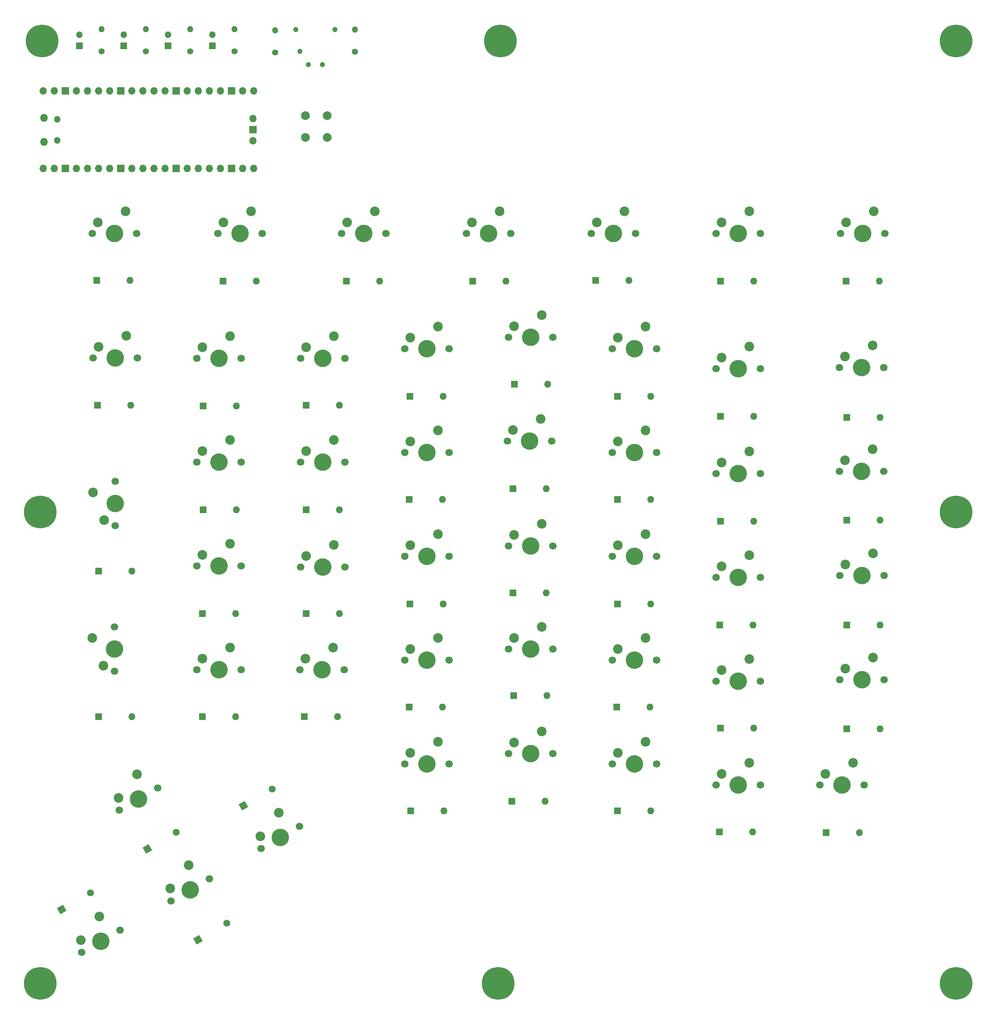
<source format=gbr>
%TF.GenerationSoftware,KiCad,Pcbnew,6.0.9-8da3e8f707~116~ubuntu20.04.1*%
%TF.CreationDate,2022-11-05T14:21:41+01:00*%
%TF.ProjectId,98keys-right,39386b65-7973-42d7-9269-6768742e6b69,rev?*%
%TF.SameCoordinates,Original*%
%TF.FileFunction,Soldermask,Bot*%
%TF.FilePolarity,Negative*%
%FSLAX46Y46*%
G04 Gerber Fmt 4.6, Leading zero omitted, Abs format (unit mm)*
G04 Created by KiCad (PCBNEW 6.0.9-8da3e8f707~116~ubuntu20.04.1) date 2022-11-05 14:21:41*
%MOMM*%
%LPD*%
G01*
G04 APERTURE LIST*
G04 Aperture macros list*
%AMHorizOval*
0 Thick line with rounded ends*
0 $1 width*
0 $2 $3 position (X,Y) of the first rounded end (center of the circle)*
0 $4 $5 position (X,Y) of the second rounded end (center of the circle)*
0 Add line between two ends*
20,1,$1,$2,$3,$4,$5,0*
0 Add two circle primitives to create the rounded ends*
1,1,$1,$2,$3*
1,1,$1,$4,$5*%
%AMRotRect*
0 Rectangle, with rotation*
0 The origin of the aperture is its center*
0 $1 length*
0 $2 width*
0 $3 Rotation angle, in degrees counterclockwise*
0 Add horizontal line*
21,1,$1,$2,0,0,$3*%
G04 Aperture macros list end*
%ADD10C,1.200000*%
%ADD11R,1.600000X1.600000*%
%ADD12O,1.600000X1.600000*%
%ADD13RotRect,1.600000X1.600000X30.000000*%
%ADD14HorizOval,1.600000X0.000000X0.000000X0.000000X0.000000X0*%
%ADD15HorizOval,1.600000X0.000000X0.000000X0.000000X0.000000X0*%
%ADD16C,4.000000*%
%ADD17C,1.700000*%
%ADD18C,2.200000*%
%ADD19C,7.500000*%
%ADD20C,2.000000*%
%ADD21R,1.500000X1.500000*%
%ADD22O,1.500000X1.500000*%
%ADD23C,1.400000*%
%ADD24O,1.400000X1.400000*%
%ADD25O,1.800000X1.800000*%
%ADD26O,1.700000X1.700000*%
%ADD27R,1.700000X1.700000*%
G04 APERTURE END LIST*
D10*
%TO.C,J1*%
X141250000Y-27500000D03*
X133150000Y-32500000D03*
X138350000Y-35600000D03*
X132250000Y-27500000D03*
X135150000Y-35600000D03*
%TD*%
D11*
%TO.C,D1*%
X258380000Y-85199600D03*
D12*
X266000000Y-85199600D03*
%TD*%
D11*
%TO.C,D2*%
X258600000Y-116399600D03*
D12*
X266220000Y-116399600D03*
%TD*%
D11*
%TO.C,D3*%
X258600000Y-139999600D03*
D12*
X266220000Y-139999600D03*
%TD*%
D11*
%TO.C,D4*%
X258600000Y-163999600D03*
D12*
X266220000Y-163999600D03*
%TD*%
D11*
%TO.C,D5*%
X258600000Y-187799600D03*
D12*
X266220000Y-187799600D03*
%TD*%
D11*
%TO.C,D6*%
X253800000Y-211599600D03*
D12*
X261420000Y-211599600D03*
%TD*%
D11*
%TO.C,D7*%
X229580000Y-85199600D03*
D12*
X237200000Y-85199600D03*
%TD*%
D11*
%TO.C,D8*%
X229600000Y-116199600D03*
D12*
X237220000Y-116199600D03*
%TD*%
D11*
%TO.C,D9*%
X229600000Y-140199600D03*
D12*
X237220000Y-140199600D03*
%TD*%
D11*
%TO.C,D10*%
X229400000Y-163999600D03*
D12*
X237020000Y-163999600D03*
%TD*%
D11*
%TO.C,D11*%
X229600000Y-187599600D03*
D12*
X237220000Y-187599600D03*
%TD*%
D11*
%TO.C,D12*%
X229380000Y-211399600D03*
D12*
X237000000Y-211399600D03*
%TD*%
D11*
%TO.C,D14*%
X200980000Y-84999600D03*
D12*
X208600000Y-84999600D03*
%TD*%
D11*
%TO.C,D15*%
X206000000Y-111599600D03*
D12*
X213620000Y-111599600D03*
%TD*%
D11*
%TO.C,D16*%
X206000000Y-135199600D03*
D12*
X213620000Y-135199600D03*
%TD*%
D11*
%TO.C,D17*%
X205780000Y-182799600D03*
D12*
X213400000Y-182799600D03*
%TD*%
D11*
%TO.C,D18*%
X206000000Y-159199600D03*
D12*
X213620000Y-159199600D03*
%TD*%
D11*
%TO.C,D19*%
X206000000Y-206599600D03*
D12*
X213620000Y-206599600D03*
%TD*%
D11*
%TO.C,D20*%
X172800000Y-85199600D03*
D12*
X180420000Y-85199600D03*
%TD*%
D11*
%TO.C,D21*%
X182400000Y-108799600D03*
D12*
X190020000Y-108799600D03*
%TD*%
D11*
%TO.C,D22*%
X182000000Y-132799600D03*
D12*
X189620000Y-132799600D03*
%TD*%
D11*
%TO.C,D23*%
X182000000Y-156599600D03*
D12*
X189620000Y-156599600D03*
%TD*%
D11*
%TO.C,D24*%
X182200000Y-180199600D03*
D12*
X189820000Y-180199600D03*
%TD*%
D11*
%TO.C,D25*%
X181800000Y-204399600D03*
D12*
X189420000Y-204399600D03*
%TD*%
D11*
%TO.C,D26*%
X143800000Y-85199600D03*
D12*
X151420000Y-85199600D03*
%TD*%
D11*
%TO.C,D27*%
X158200000Y-135199600D03*
D12*
X165820000Y-135199600D03*
%TD*%
D11*
%TO.C,D28*%
X158400000Y-111599600D03*
D12*
X166020000Y-111599600D03*
%TD*%
D11*
%TO.C,D29*%
X158400000Y-159199600D03*
D12*
X166020000Y-159199600D03*
%TD*%
D11*
%TO.C,D30*%
X158200000Y-182799600D03*
D12*
X165820000Y-182799600D03*
%TD*%
D11*
%TO.C,D31*%
X158600000Y-206599600D03*
D12*
X166220000Y-206599600D03*
%TD*%
D11*
%TO.C,D32*%
X115600000Y-85199600D03*
D12*
X123220000Y-85199600D03*
%TD*%
D11*
%TO.C,D33*%
X134600000Y-113599600D03*
D12*
X142220000Y-113599600D03*
%TD*%
D11*
%TO.C,D34*%
X134600000Y-137599600D03*
D12*
X142220000Y-137599600D03*
%TD*%
D11*
%TO.C,D35*%
X134600000Y-161399600D03*
D12*
X142220000Y-161399600D03*
%TD*%
D11*
%TO.C,D36*%
X134200000Y-184999600D03*
D12*
X141820000Y-184999600D03*
%TD*%
D11*
%TO.C,D37*%
X86600000Y-84999600D03*
D12*
X94220000Y-84999600D03*
%TD*%
D11*
%TO.C,D38*%
X111000000Y-113799600D03*
D12*
X118620000Y-113799600D03*
%TD*%
D11*
%TO.C,D39*%
X110800000Y-184999600D03*
D12*
X118420000Y-184999600D03*
%TD*%
D11*
%TO.C,D40*%
X111000000Y-137599600D03*
D12*
X118620000Y-137599600D03*
%TD*%
D11*
%TO.C,D41*%
X110800000Y-161399600D03*
D12*
X118420000Y-161399600D03*
%TD*%
D11*
%TO.C,D42*%
X86800000Y-113599600D03*
D12*
X94420000Y-113599600D03*
%TD*%
D11*
%TO.C,D43*%
X87000000Y-151599600D03*
D12*
X94620000Y-151599600D03*
%TD*%
D11*
%TO.C,D44*%
X87000000Y-184999600D03*
D12*
X94620000Y-184999600D03*
%TD*%
D13*
%TO.C,D45*%
X78590900Y-229204600D03*
D14*
X85190014Y-225394600D03*
%TD*%
D13*
%TO.C,D46*%
X98200900Y-215309600D03*
D15*
X104800014Y-211499600D03*
%TD*%
D13*
%TO.C,D47*%
X109800900Y-236109600D03*
D14*
X116400014Y-232299600D03*
%TD*%
D13*
%TO.C,D48*%
X120190000Y-205394600D03*
D14*
X126789114Y-201584600D03*
%TD*%
D16*
%TO.C,SW1*%
X262200000Y-74279600D03*
D17*
X267280000Y-74279600D03*
X257120000Y-74279600D03*
D18*
X264740000Y-69199600D03*
X258390000Y-71739600D03*
%TD*%
%TO.C,SW2*%
X258130000Y-102480000D03*
X264480000Y-99940000D03*
D17*
X267020000Y-105020000D03*
D16*
X261940000Y-105020000D03*
D17*
X256860000Y-105020000D03*
%TD*%
%TO.C,SW3*%
X267020000Y-128820000D03*
X256860000Y-128820000D03*
D16*
X261940000Y-128820000D03*
D18*
X264480000Y-123740000D03*
X258130000Y-126280000D03*
%TD*%
D16*
%TO.C,SW4*%
X262000000Y-176500000D03*
D17*
X256920000Y-176500000D03*
X267080000Y-176500000D03*
D18*
X264540000Y-171420000D03*
X258190000Y-173960000D03*
%TD*%
D17*
%TO.C,SW5*%
X267080000Y-152700000D03*
X256920000Y-152700000D03*
D16*
X262000000Y-152700000D03*
D18*
X264540000Y-147620000D03*
X258190000Y-150160000D03*
%TD*%
D17*
%TO.C,SW6*%
X252380000Y-200679600D03*
X262540000Y-200679600D03*
D16*
X257460000Y-200679600D03*
D18*
X260000000Y-195599600D03*
X253650000Y-198139600D03*
%TD*%
D17*
%TO.C,SW7*%
X228580000Y-74279600D03*
X238740000Y-74279600D03*
D16*
X233660000Y-74279600D03*
D18*
X236200000Y-69199600D03*
X229850000Y-71739600D03*
%TD*%
D16*
%TO.C,SW8*%
X233660000Y-105279600D03*
D17*
X228580000Y-105279600D03*
X238740000Y-105279600D03*
D18*
X236200000Y-100199600D03*
X229850000Y-102739600D03*
%TD*%
D17*
%TO.C,SW9*%
X238740000Y-129279600D03*
X228580000Y-129279600D03*
D16*
X233660000Y-129279600D03*
D18*
X236200000Y-124199600D03*
X229850000Y-126739600D03*
%TD*%
D17*
%TO.C,SW10*%
X238740000Y-176879600D03*
X228580000Y-176879600D03*
D16*
X233660000Y-176879600D03*
D18*
X236200000Y-171799600D03*
X229850000Y-174339600D03*
%TD*%
D17*
%TO.C,SW11*%
X228580000Y-153079600D03*
D16*
X233660000Y-153079600D03*
D17*
X238740000Y-153079600D03*
D18*
X236200000Y-147999600D03*
X229850000Y-150539600D03*
%TD*%
D16*
%TO.C,SW12*%
X233660000Y-200679600D03*
D17*
X228580000Y-200679600D03*
X238740000Y-200679600D03*
D18*
X236200000Y-195599600D03*
X229850000Y-198139600D03*
%TD*%
D16*
%TO.C,SW13*%
X205060000Y-74279600D03*
D17*
X199980000Y-74279600D03*
X210140000Y-74279600D03*
D18*
X207600000Y-69199600D03*
X201250000Y-71739600D03*
%TD*%
D16*
%TO.C,SW14*%
X209860000Y-100679600D03*
D17*
X214940000Y-100679600D03*
X204780000Y-100679600D03*
D18*
X212400000Y-95599600D03*
X206050000Y-98139600D03*
%TD*%
D17*
%TO.C,SW15*%
X204780000Y-124479600D03*
X214940000Y-124479600D03*
D16*
X209860000Y-124479600D03*
D18*
X212400000Y-119399600D03*
X206050000Y-121939600D03*
%TD*%
D17*
%TO.C,SW16*%
X214940000Y-172079600D03*
D16*
X209860000Y-172079600D03*
D17*
X204780000Y-172079600D03*
D18*
X212400000Y-166999600D03*
X206050000Y-169539600D03*
%TD*%
D17*
%TO.C,SW17*%
X204780000Y-148279600D03*
D16*
X209860000Y-148279600D03*
D17*
X214940000Y-148279600D03*
D18*
X212400000Y-143199600D03*
X206050000Y-145739600D03*
%TD*%
D17*
%TO.C,SW18*%
X214940000Y-195879600D03*
D16*
X209860000Y-195879600D03*
D17*
X204780000Y-195879600D03*
D18*
X212400000Y-190799600D03*
X206050000Y-193339600D03*
%TD*%
D17*
%TO.C,SW19*%
X171380000Y-74279600D03*
X181540000Y-74279600D03*
D16*
X176460000Y-74279600D03*
D18*
X179000000Y-69199600D03*
X172650000Y-71739600D03*
%TD*%
D16*
%TO.C,SW20*%
X186060000Y-98079600D03*
D17*
X180980000Y-98079600D03*
X191140000Y-98079600D03*
D18*
X188600000Y-92999600D03*
X182250000Y-95539600D03*
%TD*%
D17*
%TO.C,SW21*%
X190940000Y-121879600D03*
D16*
X185860000Y-121879600D03*
D17*
X180780000Y-121879600D03*
D18*
X188400000Y-116799600D03*
X182050000Y-119339600D03*
%TD*%
D17*
%TO.C,SW22*%
X180980000Y-169479600D03*
D16*
X186060000Y-169479600D03*
D17*
X191140000Y-169479600D03*
D18*
X188600000Y-164399600D03*
X182250000Y-166939600D03*
%TD*%
D16*
%TO.C,SW23*%
X186060000Y-145879600D03*
D17*
X191140000Y-145879600D03*
X180980000Y-145879600D03*
D18*
X188600000Y-140799600D03*
X182250000Y-143339600D03*
%TD*%
D16*
%TO.C,SW24*%
X186060000Y-193479600D03*
D17*
X180980000Y-193479600D03*
X191140000Y-193479600D03*
D18*
X188600000Y-188399600D03*
X182250000Y-190939600D03*
%TD*%
D16*
%TO.C,SW25*%
X147860000Y-74279600D03*
D17*
X142780000Y-74279600D03*
X152940000Y-74279600D03*
D18*
X150400000Y-69199600D03*
X144050000Y-71739600D03*
%TD*%
D17*
%TO.C,SW26*%
X157180000Y-100679600D03*
D16*
X162260000Y-100679600D03*
D17*
X167340000Y-100679600D03*
D18*
X164800000Y-95599600D03*
X158450000Y-98139600D03*
%TD*%
D16*
%TO.C,SW27*%
X162260000Y-124479600D03*
D17*
X157180000Y-124479600D03*
X167340000Y-124479600D03*
D18*
X164800000Y-119399600D03*
X158450000Y-121939600D03*
%TD*%
D17*
%TO.C,SW28*%
X157180000Y-172079600D03*
D16*
X162260000Y-172079600D03*
D17*
X167340000Y-172079600D03*
D18*
X164800000Y-166999600D03*
X158450000Y-169539600D03*
%TD*%
D17*
%TO.C,SW29*%
X167340000Y-148279600D03*
D16*
X162260000Y-148279600D03*
D17*
X157180000Y-148279600D03*
D18*
X164800000Y-143199600D03*
X158450000Y-145739600D03*
%TD*%
D17*
%TO.C,SW30*%
X167340000Y-195879600D03*
X157180000Y-195879600D03*
D16*
X162260000Y-195879600D03*
D18*
X164800000Y-190799600D03*
X158450000Y-193339600D03*
%TD*%
D17*
%TO.C,SW31*%
X124540000Y-74279600D03*
D16*
X119460000Y-74279600D03*
D17*
X114380000Y-74279600D03*
D18*
X122000000Y-69199600D03*
X115650000Y-71739600D03*
%TD*%
D17*
%TO.C,SW32*%
X143540000Y-102879600D03*
X133380000Y-102879600D03*
D16*
X138460000Y-102879600D03*
D18*
X141000000Y-97799600D03*
X134650000Y-100339600D03*
%TD*%
D16*
%TO.C,SW33*%
X138460000Y-126679600D03*
D17*
X143540000Y-126679600D03*
X133380000Y-126679600D03*
D18*
X141000000Y-121599600D03*
X134650000Y-124139600D03*
%TD*%
D17*
%TO.C,SW34*%
X143340000Y-174279600D03*
X133180000Y-174279600D03*
D16*
X138260000Y-174279600D03*
D18*
X140800000Y-169199600D03*
X134450000Y-171739600D03*
%TD*%
D16*
%TO.C,SW35*%
X138460000Y-150679600D03*
D17*
X133380000Y-150679600D03*
X143540000Y-150679600D03*
D18*
X141000000Y-145599600D03*
X134650000Y-148139600D03*
%TD*%
D17*
%TO.C,SW36*%
X95740000Y-74279600D03*
X85580000Y-74279600D03*
D16*
X90660000Y-74279600D03*
D18*
X93200000Y-69199600D03*
X86850000Y-71739600D03*
%TD*%
D17*
%TO.C,SW37*%
X109580000Y-102879600D03*
D16*
X114660000Y-102879600D03*
D17*
X119740000Y-102879600D03*
D18*
X117200000Y-97799600D03*
X110850000Y-100339600D03*
%TD*%
D17*
%TO.C,SW38*%
X109580000Y-126679600D03*
D16*
X114660000Y-126679600D03*
D17*
X119740000Y-126679600D03*
D18*
X117200000Y-121599600D03*
X110850000Y-124139600D03*
%TD*%
D16*
%TO.C,SW39*%
X114660000Y-174279600D03*
D17*
X109580000Y-174279600D03*
X119740000Y-174279600D03*
D18*
X117200000Y-169199600D03*
X110850000Y-171739600D03*
%TD*%
D17*
%TO.C,SW40*%
X119740000Y-150479600D03*
D16*
X114660000Y-150479600D03*
D17*
X109580000Y-150479600D03*
D18*
X117200000Y-145399600D03*
X110850000Y-147939600D03*
%TD*%
D17*
%TO.C,SW41*%
X95880000Y-102799600D03*
X85720000Y-102799600D03*
D16*
X90800000Y-102799600D03*
D18*
X93340000Y-97719600D03*
X86990000Y-100259600D03*
%TD*%
D16*
%TO.C,SW42*%
X90880000Y-136139600D03*
D17*
X90880000Y-131059600D03*
X90880000Y-141219600D03*
D18*
X85800000Y-133599600D03*
X88340000Y-139949600D03*
%TD*%
D16*
%TO.C,SW43*%
X90680000Y-169539600D03*
D17*
X90680000Y-174619600D03*
X90680000Y-164459600D03*
D18*
X85600000Y-166999600D03*
X88140000Y-173349600D03*
%TD*%
D17*
%TO.C,SW44*%
X83100586Y-239040009D03*
D16*
X87499995Y-236500009D03*
D17*
X91899405Y-233960009D03*
D18*
X87159700Y-230830600D03*
X82930439Y-236205305D03*
%TD*%
D17*
%TO.C,SW45*%
X91800586Y-206440009D03*
D16*
X96199995Y-203900009D03*
D17*
X100599405Y-201360009D03*
D18*
X95859700Y-198230600D03*
X91630439Y-203605305D03*
%TD*%
D17*
%TO.C,SW46*%
X112399405Y-222160009D03*
D16*
X107999995Y-224700009D03*
D17*
X103600586Y-227240009D03*
D18*
X107659700Y-219030600D03*
X103430439Y-224405305D03*
%TD*%
D16*
%TO.C,SW47*%
X128699995Y-212700009D03*
D17*
X133099405Y-210160009D03*
X124300586Y-215240009D03*
D18*
X128359700Y-207030600D03*
X124130439Y-212405305D03*
%TD*%
D19*
%TO.C,H1*%
X74110000Y-30105000D03*
%TD*%
%TO.C,H2*%
X283610000Y-246105000D03*
%TD*%
%TO.C,H3*%
X179110000Y-30105000D03*
%TD*%
%TO.C,H4*%
X283610000Y-138105000D03*
%TD*%
%TO.C,H5*%
X283610000Y-30105000D03*
%TD*%
%TO.C,H6*%
X178610000Y-246105000D03*
%TD*%
%TO.C,H7*%
X73610000Y-138105000D03*
%TD*%
%TO.C,H8*%
X73610000Y-246105000D03*
%TD*%
D20*
%TO.C,SW48*%
X134450000Y-47256300D03*
X139450000Y-47256300D03*
X134450000Y-52256300D03*
X139450000Y-52256300D03*
%TD*%
D21*
%TO.C,D50*%
X102920000Y-31270000D03*
D22*
X102920000Y-28730000D03*
%TD*%
D21*
%TO.C,D51*%
X92760000Y-31270000D03*
D22*
X92760000Y-28730000D03*
%TD*%
D23*
%TO.C,R6*%
X108000000Y-32540000D03*
D24*
X108000000Y-27460000D03*
%TD*%
D22*
%TO.C,U1*%
X77530000Y-48075000D03*
X77530000Y-52925000D03*
D25*
X74500000Y-53225000D03*
X74500000Y-47775000D03*
D26*
X74370000Y-59390000D03*
X76910000Y-59390000D03*
D27*
X79450000Y-59390000D03*
D26*
X81990000Y-59390000D03*
X84530000Y-59390000D03*
X87070000Y-59390000D03*
X89610000Y-59390000D03*
D27*
X92150000Y-59390000D03*
D26*
X94690000Y-59390000D03*
X97230000Y-59390000D03*
X99770000Y-59390000D03*
X102310000Y-59390000D03*
D27*
X104850000Y-59390000D03*
D26*
X107390000Y-59390000D03*
X109930000Y-59390000D03*
X112470000Y-59390000D03*
X115010000Y-59390000D03*
D27*
X117550000Y-59390000D03*
D26*
X120090000Y-59390000D03*
X122630000Y-59390000D03*
X122630000Y-41610000D03*
X120090000Y-41610000D03*
D27*
X117550000Y-41610000D03*
D26*
X115010000Y-41610000D03*
X112470000Y-41610000D03*
X109930000Y-41610000D03*
X107390000Y-41610000D03*
D27*
X104850000Y-41610000D03*
D26*
X102310000Y-41610000D03*
X99770000Y-41610000D03*
X97230000Y-41610000D03*
X94690000Y-41610000D03*
D27*
X92150000Y-41610000D03*
D26*
X89610000Y-41610000D03*
X87070000Y-41610000D03*
X84530000Y-41610000D03*
X81990000Y-41610000D03*
D27*
X79450000Y-41610000D03*
D26*
X76910000Y-41610000D03*
X74370000Y-41610000D03*
X122400000Y-53040000D03*
D27*
X122400000Y-50500000D03*
D26*
X122400000Y-47960000D03*
%TD*%
D23*
%TO.C,R3*%
X87680000Y-32540000D03*
D24*
X87680000Y-27460000D03*
%TD*%
D23*
%TO.C,R5*%
X97840000Y-32540000D03*
D24*
X97840000Y-27460000D03*
%TD*%
D23*
%TO.C,R4*%
X118160000Y-32540000D03*
D24*
X118160000Y-27460000D03*
%TD*%
D23*
%TO.C,R1*%
X127500000Y-32750000D03*
D24*
X127500000Y-27670000D03*
%TD*%
D21*
%TO.C,D13*%
X82600000Y-31270000D03*
D22*
X82600000Y-28730000D03*
%TD*%
D23*
%TO.C,R2*%
X145750000Y-32580000D03*
D24*
X145750000Y-27500000D03*
%TD*%
D21*
%TO.C,D49*%
X113080000Y-31270000D03*
D22*
X113080000Y-28730000D03*
%TD*%
M02*

</source>
